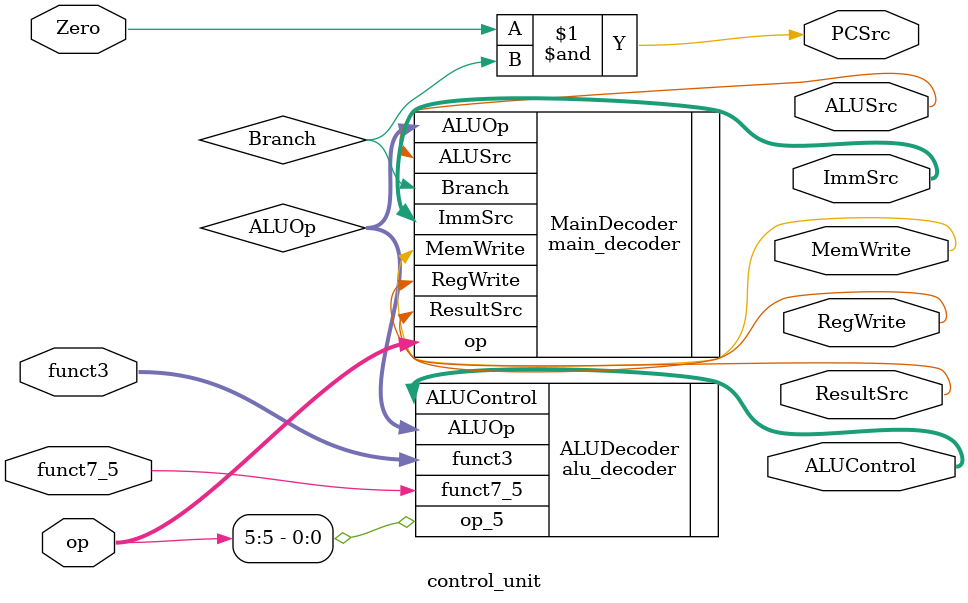
<source format=v>
module control_unit (
    input  wire [6:0] op,
    input  wire [2:0] funct3,
    input  wire       funct7_5,
    input  wire       Zero,
    output wire       PCSrc,
    output wire       ResultSrc,
    output wire       MemWrite,
    output wire       ALUSrc,
    output wire       RegWrite,
    output wire [1:0] ImmSrc,
    output wire [2:0] ALUControl
);
    wire [1:0] ALUOp;
    wire Branch;

    main_decoder MainDecoder (
        .op(op),
        .ResultSrc(ResultSrc),
        .MemWrite(MemWrite),
        .RegWrite(RegWrite),
        .Branch(Branch),
        .ALUSrc(ALUSrc),
        .ImmSrc(ImmSrc),
        .ALUOp(ALUOp)
    );

    alu_decoder ALUDecoder (
        .ALUOp(ALUOp),
        .funct3(funct3),
        .funct7_5(funct7_5),
        .op_5(op[5]),
        .ALUControl(ALUControl)
    );

    assign PCSrc = Zero & Branch;
endmodule

</source>
